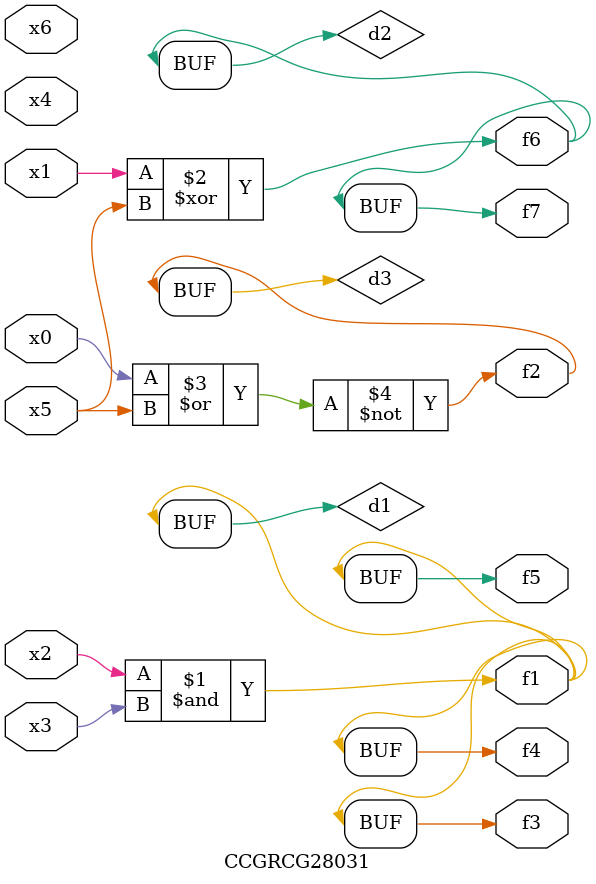
<source format=v>
module CCGRCG28031(
	input x0, x1, x2, x3, x4, x5, x6,
	output f1, f2, f3, f4, f5, f6, f7
);

	wire d1, d2, d3;

	and (d1, x2, x3);
	xor (d2, x1, x5);
	nor (d3, x0, x5);
	assign f1 = d1;
	assign f2 = d3;
	assign f3 = d1;
	assign f4 = d1;
	assign f5 = d1;
	assign f6 = d2;
	assign f7 = d2;
endmodule

</source>
